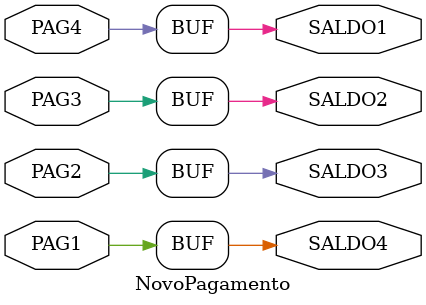
<source format=v>
`timescale 1ns / 1ps

module NovoPagamento(SALDO1, SALDO2, SALDO3, SALDO4, PAG1, PAG2, PAG3, PAG4);
input PAG1, PAG2, PAG3, PAG4;
output SALDO1, SALDO2, SALDO3, SALDO4;
reg SALDO1, SALDO2, SALDO3, SALDO4;

assign SALDO1 = PAG4;
assign SALDO2 = PAG3;
assign SALDO3 = PAG2;
assign SALDO4 = PAG1;

endmodule

</source>
